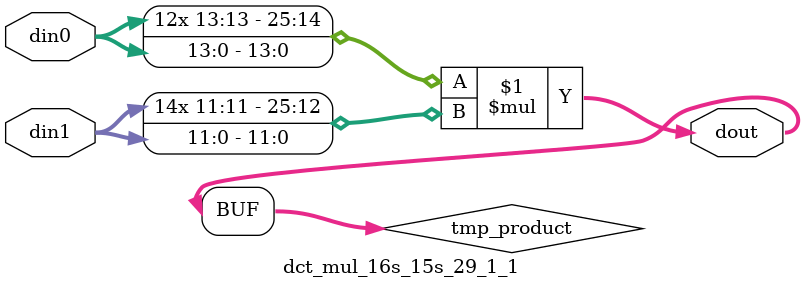
<source format=v>

`timescale 1 ns / 1 ps

 module dct_mul_16s_15s_29_1_1(din0, din1, dout);
parameter ID = 1;
parameter NUM_STAGE = 0;
parameter din0_WIDTH = 14;
parameter din1_WIDTH = 12;
parameter dout_WIDTH = 26;

input [din0_WIDTH - 1 : 0] din0; 
input [din1_WIDTH - 1 : 0] din1; 
output [dout_WIDTH - 1 : 0] dout;

wire signed [dout_WIDTH - 1 : 0] tmp_product;



























assign tmp_product = $signed(din0) * $signed(din1);








assign dout = tmp_product;





















endmodule

</source>
